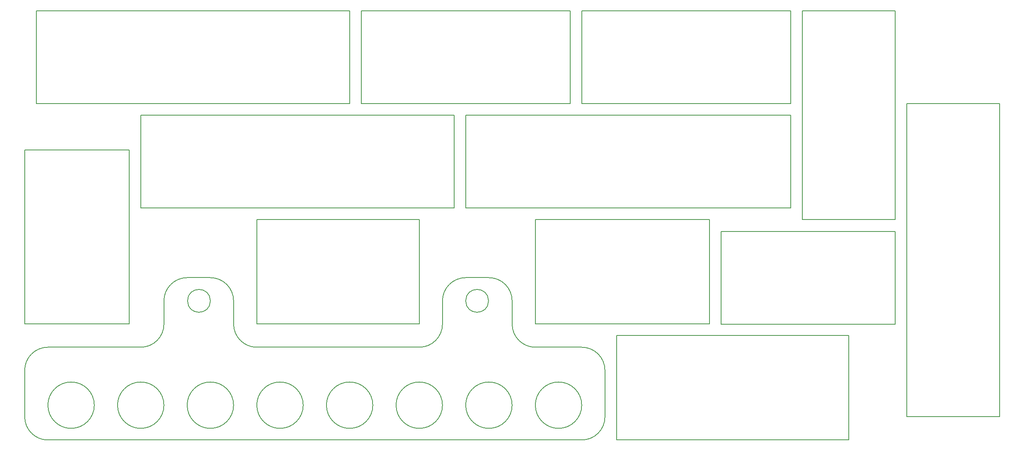
<source format=gbr>
G04 DesignSpark PCB Gerber Version 12.0 Build 5941*
G04 #@! TF.Part,Single*
%FSLAX35Y35*%
%MOIN*%
%ADD15C,0.00500*%
G04 #@! TD.AperFunction*
X0Y0D02*
D02*
D15*
X10250Y290250D02*
X280250D01*
Y370250D01*
X10250D01*
Y290250D01*
X20250Y30250D02*
G75*
G03*
X60250I20000J0D01*
G01*
G75*
G03*
X20250I-20000J0D01*
G01*
X80250D02*
G75*
G03*
X120250I20000J0D01*
G01*
G75*
G03*
X80250I-20000J0D01*
G01*
X90250Y100250D02*
Y250250D01*
X250D01*
Y100250D01*
X90250D01*
X100250Y200250D02*
X370250D01*
Y280250D01*
X100250D01*
Y200250D01*
X140250Y30250D02*
G75*
G03*
X180250I20000J0D01*
G01*
G75*
G03*
X140250I-20000J0D01*
G01*
X140565Y120250D02*
G75*
G03*
X160250I9843J0D01*
G01*
G75*
G03*
X140565I-9843J0D01*
G01*
X200250Y30250D02*
G75*
G03*
X240250I20000J0D01*
G01*
G75*
G03*
X200250I-20000J0D01*
G01*
Y190250D02*
Y100250D01*
X340250D01*
Y190250D01*
X200250D01*
X260250Y30250D02*
G75*
G03*
X300250I20000J0D01*
G01*
G75*
G03*
X260250I-20000J0D01*
G01*
X320250D02*
G75*
G03*
X360250I20000J0D01*
G01*
G75*
G03*
X320250I-20000J0D01*
G01*
X380250D02*
G75*
G03*
X420250I20000J0D01*
G01*
G75*
G03*
X380250I-20000J0D01*
G01*
Y120250D02*
G75*
G03*
X399935I9843J0D01*
G01*
G75*
G03*
X380250I-9843J0D01*
G01*
Y200250D02*
X660250D01*
Y280250D01*
X380250D01*
Y200250D01*
X400250Y140250D02*
G75*
G02*
X420250Y120250I0J-20000D01*
G01*
Y100250D01*
G75*
G03*
X440250Y80250I20000J0D01*
G01*
X480250D01*
G75*
G02*
X500250Y60250I0J-20000D01*
G01*
Y20250D01*
G75*
G02*
X480250Y250I-20000J0D01*
G01*
X20250D01*
G75*
G02*
X250Y20250I0J20000D01*
G01*
Y60250D01*
G75*
G02*
X20250Y80250I20000J0D01*
G01*
X100250D01*
G75*
G03*
X120250Y100250I0J20000D01*
G01*
Y120250D01*
G75*
G02*
X140250Y140250I20000J0D01*
G01*
X160250D01*
G75*
G02*
X180250Y120250I0J-20000D01*
G01*
Y100250D01*
G75*
G03*
X200250Y80250I20000J0D01*
G01*
X340250D01*
G75*
G03*
X360250Y100250I0J20000D01*
G01*
Y120250D01*
G75*
G02*
X380250Y140250I20000J0D01*
G01*
X400250D01*
X440250Y30250D02*
G75*
G03*
X480250I20000J0D01*
G01*
G75*
G03*
X440250I-20000J0D01*
G01*
X470250Y370250D02*
X290250D01*
Y290250D01*
X470250D01*
Y370250D01*
X510250Y90250D02*
Y250D01*
X710250D01*
Y90250D01*
X510250D01*
X590250Y190250D02*
X440250D01*
Y100250D01*
X590250D01*
Y190250D01*
X660250Y370250D02*
X480250D01*
Y290250D01*
X660250D01*
Y370250D01*
X670250D02*
Y190250D01*
X750250D01*
Y370250D01*
X670250D01*
X750250Y180015D02*
X600250D01*
Y100015D01*
X750250D01*
Y180015D01*
X840250Y20250D02*
Y290250D01*
X760250D01*
Y20250D01*
X840250D01*
X0Y0D02*
M02*

</source>
